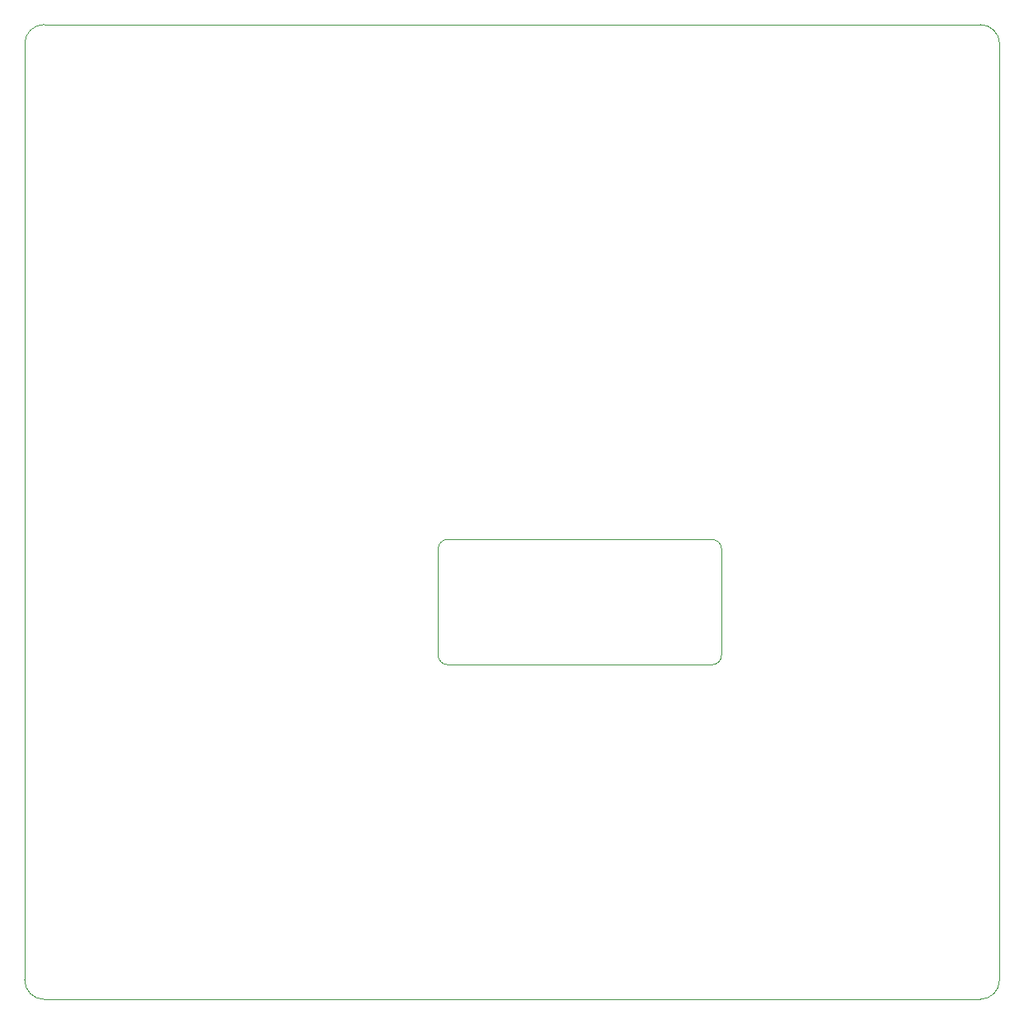
<source format=gbr>
%TF.GenerationSoftware,KiCad,Pcbnew,5.1.5+dfsg1-2build2*%
%TF.CreationDate,2021-12-02T15:53:16+01:00*%
%TF.ProjectId,plotter_board,706c6f74-7465-4725-9f62-6f6172642e6b,rev?*%
%TF.SameCoordinates,Original*%
%TF.FileFunction,Profile,NP*%
%FSLAX46Y46*%
G04 Gerber Fmt 4.6, Leading zero omitted, Abs format (unit mm)*
G04 Created by KiCad (PCBNEW 5.1.5+dfsg1-2build2) date 2021-12-02 15:53:16*
%MOMM*%
%LPD*%
G04 APERTURE LIST*
%TA.AperFunction,Profile*%
%ADD10C,0.050000*%
%TD*%
G04 APERTURE END LIST*
D10*
X98050000Y-54420000D02*
G75*
G02X100050000Y-52420000I2000000J0D01*
G01*
X140510000Y-106290000D02*
G75*
G02X141510000Y-105290000I1000000J0D01*
G01*
X198170000Y-150530000D02*
X198170000Y-54420000D01*
X140510000Y-117170000D02*
X140510000Y-106290000D01*
X168620000Y-118170000D02*
X141510000Y-118170000D01*
X169620000Y-106290000D02*
X169620000Y-117170000D01*
X141510000Y-105290000D02*
X168620000Y-105290000D01*
X196170000Y-52420000D02*
X100050000Y-52420000D01*
X100050000Y-152530000D02*
X196170000Y-152530000D01*
X98050000Y-54420000D02*
X98050000Y-150530000D01*
X196170000Y-52420000D02*
G75*
G02X198170000Y-54420000I0J-2000000D01*
G01*
X169620000Y-117170000D02*
G75*
G02X168620000Y-118170000I-1000000J0D01*
G01*
X141510000Y-118170000D02*
G75*
G02X140510000Y-117170000I0J1000000D01*
G01*
X168620000Y-105290000D02*
G75*
G02X169620000Y-106290000I0J-1000000D01*
G01*
X198170000Y-150530000D02*
G75*
G02X196170000Y-152530000I-2000000J0D01*
G01*
X100050000Y-152530000D02*
G75*
G02X98050000Y-150530000I0J2000000D01*
G01*
M02*

</source>
